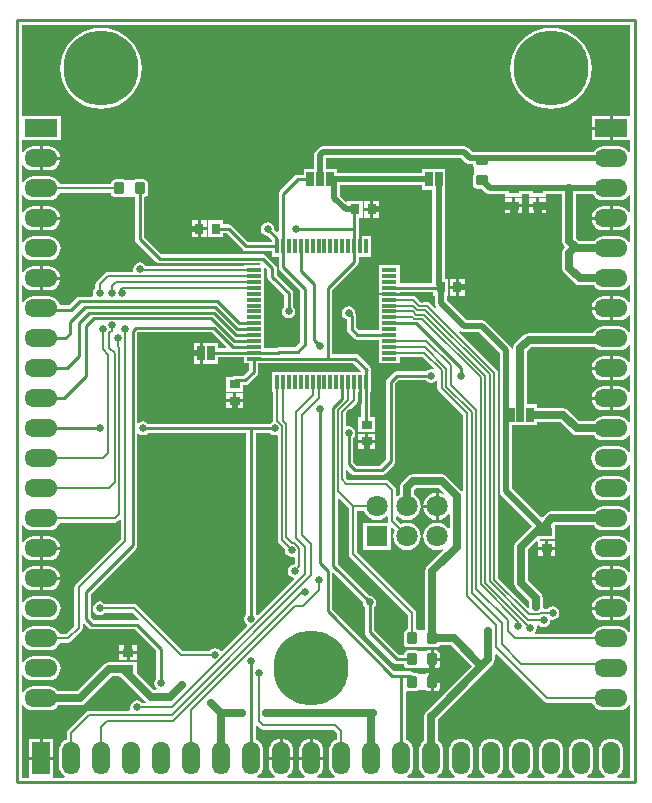
<source format=gtl>
G04*
G04 #@! TF.GenerationSoftware,Altium Limited,Altium Designer,18.1.7 (191)*
G04*
G04 Layer_Physical_Order=1*
G04 Layer_Color=255*
%FSLAX25Y25*%
%MOIN*%
G70*
G01*
G75*
%ADD13C,0.01000*%
%ADD16C,0.00800*%
G04:AMPARAMS|DCode=19|XSize=39.37mil|YSize=35.43mil|CornerRadius=4.43mil|HoleSize=0mil|Usage=FLASHONLY|Rotation=90.000|XOffset=0mil|YOffset=0mil|HoleType=Round|Shape=RoundedRectangle|*
%AMROUNDEDRECTD19*
21,1,0.03937,0.02657,0,0,90.0*
21,1,0.03051,0.03543,0,0,90.0*
1,1,0.00886,0.01329,0.01526*
1,1,0.00886,0.01329,-0.01526*
1,1,0.00886,-0.01329,-0.01526*
1,1,0.00886,-0.01329,0.01526*
%
%ADD19ROUNDEDRECTD19*%
%ADD20R,0.03740X0.02953*%
%ADD21R,0.02953X0.03740*%
G04:AMPARAMS|DCode=22|XSize=39.37mil|YSize=35.43mil|CornerRadius=4.43mil|HoleSize=0mil|Usage=FLASHONLY|Rotation=0.000|XOffset=0mil|YOffset=0mil|HoleType=Round|Shape=RoundedRectangle|*
%AMROUNDEDRECTD22*
21,1,0.03937,0.02657,0,0,0.0*
21,1,0.03051,0.03543,0,0,0.0*
1,1,0.00886,0.01526,-0.01329*
1,1,0.00886,-0.01526,-0.01329*
1,1,0.00886,-0.01526,0.01329*
1,1,0.00886,0.01526,0.01329*
%
%ADD22ROUNDEDRECTD22*%
%ADD41R,0.02500X0.05000*%
%ADD42R,0.04724X0.01181*%
%ADD43R,0.01181X0.04724*%
%ADD44C,0.02500*%
%ADD45C,0.02000*%
%ADD46R,0.07087X0.07087*%
%ADD47C,0.07087*%
%ADD48C,0.25000*%
%ADD49R,0.11000X0.06000*%
%ADD50O,0.11000X0.06000*%
%ADD51R,0.06000X0.11000*%
%ADD52O,0.06000X0.11000*%
%ADD53C,0.02500*%
G36*
X204471Y222000D02*
X198500D01*
Y218000D01*
Y214000D01*
X204471D01*
Y210299D01*
X204024Y210045D01*
X203971Y210048D01*
X203353Y210853D01*
X202517Y211494D01*
X201544Y211897D01*
X200500Y212035D01*
X195500D01*
X194456Y211897D01*
X193483Y211494D01*
X192647Y210853D01*
X192023Y210039D01*
X157064D01*
X156526Y210146D01*
X153474D01*
X152936Y210039D01*
X151845D01*
X150442Y211442D01*
X149780Y211884D01*
X149000Y212039D01*
X102000D01*
X101220Y211884D01*
X100558Y211442D01*
X99558Y210442D01*
X99116Y209780D01*
X98961Y209000D01*
Y204500D01*
X95507D01*
Y202529D01*
X93500D01*
X92915Y202413D01*
X92419Y202081D01*
X87623Y197286D01*
X87292Y196790D01*
X87175Y196205D01*
Y183641D01*
X86713Y183449D01*
X85772Y184391D01*
X85794Y184500D01*
X85619Y185378D01*
X85122Y186122D01*
X84378Y186619D01*
X83500Y186794D01*
X82622Y186619D01*
X81878Y186122D01*
X81381Y185378D01*
X81206Y184500D01*
X81381Y183622D01*
X81878Y182878D01*
X82622Y182380D01*
X83500Y182206D01*
X83609Y182228D01*
X85146Y180692D01*
Y180167D01*
X76996D01*
X71581Y185581D01*
X71085Y185913D01*
X70500Y186029D01*
X68732D01*
Y187370D01*
X63779D01*
Y181630D01*
X68732D01*
Y182971D01*
X69867D01*
X75281Y177556D01*
X75777Y177225D01*
X76362Y177108D01*
X85146D01*
Y175276D01*
X87175D01*
Y171795D01*
X87292Y171210D01*
X87623Y170714D01*
X94471Y163866D01*
Y146634D01*
X92866Y145029D01*
X87295D01*
X86710Y144913D01*
X86442Y144734D01*
X82224D01*
Y147520D01*
Y151457D01*
Y155394D01*
Y159331D01*
Y163268D01*
Y167205D01*
Y171459D01*
X82686Y171651D01*
X83471Y170867D01*
Y168500D01*
X83587Y167915D01*
X83919Y167419D01*
X88971Y162366D01*
Y158684D01*
X88878Y158622D01*
X88381Y157878D01*
X88206Y157000D01*
X88381Y156122D01*
X88878Y155378D01*
X89622Y154880D01*
X90500Y154706D01*
X91378Y154880D01*
X92122Y155378D01*
X92619Y156122D01*
X92794Y157000D01*
X92619Y157878D01*
X92122Y158622D01*
X92029Y158684D01*
Y163000D01*
X91913Y163585D01*
X91581Y164081D01*
X86529Y169133D01*
Y171500D01*
X86413Y172085D01*
X86081Y172581D01*
X83081Y175581D01*
X82585Y175913D01*
X82000Y176029D01*
X48134D01*
X42376Y181787D01*
Y195043D01*
X42738Y195115D01*
X43216Y195434D01*
X43534Y195911D01*
X43646Y196474D01*
Y199526D01*
X43534Y200089D01*
X43216Y200566D01*
X42738Y200885D01*
X42175Y200997D01*
X39518D01*
X38955Y200885D01*
X38762Y200756D01*
X36238D01*
X36045Y200885D01*
X35482Y200997D01*
X32825D01*
X32262Y200885D01*
X31784Y200566D01*
X31466Y200089D01*
X31354Y199526D01*
Y199427D01*
X14238D01*
X13994Y200017D01*
X13353Y200853D01*
X12517Y201494D01*
X11544Y201897D01*
X10500Y202034D01*
X5500D01*
X4456Y201897D01*
X3483Y201494D01*
X2647Y200853D01*
X2029Y200048D01*
X1976Y200045D01*
X1529Y200299D01*
Y205701D01*
X1976Y205955D01*
X2029Y205952D01*
X2647Y205147D01*
X3483Y204506D01*
X4456Y204103D01*
X5500Y203965D01*
X7500D01*
Y208000D01*
Y212035D01*
X5500D01*
X4456Y211897D01*
X3483Y211494D01*
X2647Y210853D01*
X2029Y210048D01*
X1976Y210045D01*
X1529Y210299D01*
Y214000D01*
X14500D01*
Y222000D01*
X1529D01*
Y252471D01*
X204471D01*
Y222000D01*
D02*
G37*
G36*
X31354Y196474D02*
X31466Y195911D01*
X31784Y195434D01*
X32262Y195115D01*
X32825Y195003D01*
X35482D01*
X36045Y195115D01*
X36238Y195244D01*
X38762D01*
X38955Y195115D01*
X39317Y195043D01*
Y181154D01*
X39434Y180568D01*
X39765Y180072D01*
X46419Y173419D01*
X46915Y173087D01*
X47500Y172971D01*
X81044D01*
X81123Y172854D01*
X80858Y172354D01*
X75500D01*
Y172191D01*
X42910D01*
X42622Y172622D01*
X41878Y173119D01*
X41000Y173294D01*
X40122Y173119D01*
X39378Y172622D01*
X38881Y171878D01*
X38706Y171000D01*
X38784Y170609D01*
X38466Y170223D01*
X30295D01*
X30295Y170223D01*
X29749Y170114D01*
X29286Y169805D01*
X29286Y169805D01*
X26491Y167009D01*
X26181Y166546D01*
X26073Y166000D01*
X26073Y166000D01*
Y164852D01*
X25878Y164722D01*
X25381Y163978D01*
X25206Y163100D01*
X25339Y162429D01*
X25021Y161929D01*
X20900D01*
X20315Y161813D01*
X19819Y161481D01*
X17367Y159029D01*
X14399D01*
X14397Y159044D01*
X13994Y160017D01*
X13353Y160853D01*
X12517Y161494D01*
X11544Y161897D01*
X10500Y162034D01*
X5500D01*
X4456Y161897D01*
X3483Y161494D01*
X2647Y160853D01*
X2029Y160048D01*
X1976Y160045D01*
X1529Y160299D01*
Y165701D01*
X1976Y165955D01*
X2029Y165952D01*
X2647Y165147D01*
X3483Y164506D01*
X4456Y164103D01*
X5500Y163965D01*
X7500D01*
Y168000D01*
Y172035D01*
X5500D01*
X4456Y171897D01*
X3483Y171494D01*
X2647Y170853D01*
X2029Y170048D01*
X1976Y170045D01*
X1529Y170299D01*
Y175701D01*
X1976Y175955D01*
X2029Y175952D01*
X2647Y175147D01*
X3483Y174506D01*
X4456Y174103D01*
X5500Y173966D01*
X10500D01*
X11544Y174103D01*
X12517Y174506D01*
X13353Y175147D01*
X13994Y175983D01*
X14397Y176956D01*
X14535Y178000D01*
X14397Y179044D01*
X13994Y180017D01*
X13353Y180853D01*
X12517Y181494D01*
X11544Y181897D01*
X10500Y182035D01*
X5500D01*
X4456Y181897D01*
X3483Y181494D01*
X2647Y180853D01*
X2029Y180048D01*
X1976Y180045D01*
X1529Y180299D01*
Y185701D01*
X1976Y185955D01*
X2029Y185952D01*
X2647Y185147D01*
X3483Y184506D01*
X4456Y184103D01*
X5500Y183966D01*
X7500D01*
Y188000D01*
Y192034D01*
X5500D01*
X4456Y191897D01*
X3483Y191494D01*
X2647Y190853D01*
X2029Y190048D01*
X1976Y190045D01*
X1529Y190299D01*
Y195701D01*
X1976Y195955D01*
X2029Y195952D01*
X2647Y195147D01*
X3483Y194506D01*
X4456Y194103D01*
X5500Y193965D01*
X10500D01*
X11544Y194103D01*
X12517Y194506D01*
X13353Y195147D01*
X13994Y195983D01*
X14238Y196573D01*
X31354D01*
Y196474D01*
D02*
G37*
G36*
X192647Y195147D02*
X193483Y194506D01*
X194456Y194103D01*
X195500Y193965D01*
X200500D01*
X201544Y194103D01*
X202517Y194506D01*
X203353Y195147D01*
X203971Y195952D01*
X204024Y195955D01*
X204471Y195701D01*
Y190299D01*
X204024Y190045D01*
X203971Y190048D01*
X203353Y190853D01*
X202517Y191494D01*
X201544Y191897D01*
X200500Y192034D01*
X198500D01*
Y188000D01*
Y183966D01*
X200500D01*
X201544Y184103D01*
X202517Y184506D01*
X203353Y185147D01*
X203971Y185952D01*
X204024Y185955D01*
X204471Y185701D01*
Y180299D01*
X204024Y180045D01*
X203971Y180048D01*
X203353Y180853D01*
X202517Y181494D01*
X201544Y181897D01*
X200500Y182035D01*
X195500D01*
X194456Y181897D01*
X193483Y181494D01*
X192647Y180853D01*
X192218Y180294D01*
X187450D01*
X186294Y181450D01*
Y195961D01*
X192023D01*
X192647Y195147D01*
D02*
G37*
G36*
X135007Y197500D02*
X138461D01*
Y166388D01*
X127500D01*
Y169173D01*
Y172354D01*
X120776D01*
Y169173D01*
Y167205D01*
Y163268D01*
Y163268D01*
X124138D01*
Y162512D01*
X120776D01*
Y159331D01*
Y155394D01*
Y150640D01*
X114023D01*
X113029Y151634D01*
Y155500D01*
X112913Y156085D01*
X112758Y156317D01*
X112794Y156500D01*
X112619Y157378D01*
X112122Y158122D01*
X111378Y158619D01*
X110500Y158794D01*
X109622Y158619D01*
X108878Y158122D01*
X108380Y157378D01*
X108206Y156500D01*
X108380Y155622D01*
X108878Y154878D01*
X109622Y154381D01*
X109971Y154311D01*
Y151000D01*
X110087Y150415D01*
X110419Y149919D01*
X112308Y148029D01*
X112804Y147697D01*
X113390Y147581D01*
X120776D01*
Y143583D01*
Y139646D01*
X127500D01*
Y141777D01*
X135204D01*
X138846Y138136D01*
X138599Y137675D01*
X138000Y137794D01*
X137122Y137619D01*
X136378Y137122D01*
X136316Y137029D01*
X126500D01*
X125915Y136913D01*
X125419Y136581D01*
X123419Y134581D01*
X123087Y134085D01*
X122971Y133500D01*
Y107633D01*
X120867Y105529D01*
X113134D01*
X112029Y106633D01*
Y114816D01*
X112122Y114878D01*
X112619Y115622D01*
X112794Y116500D01*
X112619Y117378D01*
X112122Y118122D01*
X111378Y118620D01*
X110500Y118794D01*
X110064Y118707D01*
X109677Y119025D01*
Y122841D01*
X113336Y126499D01*
X113336Y126499D01*
X113646Y126962D01*
X113754Y127509D01*
Y130000D01*
X114734D01*
Y121732D01*
X113630D01*
Y116779D01*
X119370D01*
Y121732D01*
X117793D01*
Y130000D01*
X117854D01*
Y136724D01*
X117854D01*
X117913Y136915D01*
X118029Y137500D01*
X117913Y138085D01*
X117581Y138581D01*
X113845Y142318D01*
X113349Y142649D01*
X112764Y142766D01*
X105029D01*
Y164040D01*
X113408Y172419D01*
X113740Y172915D01*
X113856Y173500D01*
Y175276D01*
X117854D01*
Y182000D01*
X113856D01*
Y184500D01*
Y188130D01*
X115220D01*
Y193870D01*
X110268D01*
Y193769D01*
X109806Y193578D01*
X107784Y195600D01*
Y198961D01*
X135007D01*
Y197500D01*
D02*
G37*
G36*
X149558Y206558D02*
X150220Y206116D01*
X151000Y205961D01*
X152015D01*
X152115Y205455D01*
X152244Y205262D01*
Y202738D01*
X152115Y202545D01*
X152003Y201982D01*
Y199325D01*
X152115Y198762D01*
X152434Y198284D01*
X152911Y197966D01*
X153474Y197854D01*
X154916D01*
X156212Y196558D01*
X156873Y196116D01*
X157653Y195961D01*
X162630D01*
Y195280D01*
X168370D01*
Y195961D01*
X170630D01*
Y195280D01*
X176370D01*
Y195961D01*
X181706D01*
Y180500D01*
X181880Y179622D01*
X182378Y178878D01*
X182756Y178500D01*
X182378Y178122D01*
X181880Y177378D01*
X181706Y176500D01*
Y171500D01*
X181880Y170622D01*
X182378Y169878D01*
X185878Y166378D01*
X186622Y165881D01*
X187500Y165706D01*
X192218D01*
X192647Y165147D01*
X193483Y164506D01*
X194456Y164103D01*
X195500Y163965D01*
X200500D01*
X201544Y164103D01*
X202517Y164506D01*
X203353Y165147D01*
X203971Y165952D01*
X204024Y165955D01*
X204471Y165701D01*
Y160299D01*
X204024Y160045D01*
X203971Y160048D01*
X203353Y160853D01*
X202517Y161494D01*
X201544Y161897D01*
X200500Y162034D01*
X198500D01*
Y158000D01*
Y153965D01*
X200500D01*
X201544Y154103D01*
X202517Y154506D01*
X203353Y155147D01*
X203971Y155952D01*
X204024Y155955D01*
X204471Y155701D01*
Y150299D01*
X204024Y150045D01*
X203971Y150048D01*
X203353Y150853D01*
X202517Y151494D01*
X201544Y151897D01*
X200500Y152034D01*
X195500D01*
X194456Y151897D01*
X193483Y151494D01*
X192647Y150853D01*
X192006Y150017D01*
X191914Y149794D01*
X170500D01*
X169622Y149619D01*
X168878Y149122D01*
X166135Y146379D01*
X165637Y145635D01*
X165463Y144757D01*
Y144434D01*
X164963Y144385D01*
X164884Y144780D01*
X164442Y145442D01*
X156442Y153442D01*
X155780Y153884D01*
X155000Y154039D01*
X149845D01*
X143283Y160601D01*
Y162130D01*
X143720D01*
Y167870D01*
X142539D01*
Y197500D01*
X142750D01*
Y204500D01*
X135007D01*
Y203039D01*
X106494D01*
Y204500D01*
X103039D01*
Y207961D01*
X148155D01*
X149558Y206558D01*
D02*
G37*
G36*
X138768Y162130D02*
X139205D01*
Y159756D01*
X139360Y158976D01*
X139703Y158463D01*
X139314Y158144D01*
X137699Y159759D01*
X137236Y160069D01*
X136690Y160177D01*
X136690Y160177D01*
X134659D01*
X132906Y161931D01*
X132443Y162240D01*
X131897Y162349D01*
X131897Y162349D01*
X127500D01*
Y163329D01*
X138768D01*
Y162130D01*
D02*
G37*
G36*
X69641Y145196D02*
X69450Y144734D01*
X66872D01*
Y146500D01*
X61878D01*
Y143000D01*
Y139500D01*
X66872D01*
Y141675D01*
X75500D01*
Y139646D01*
X77333D01*
Y137496D01*
X75366Y135529D01*
X72500D01*
X71915Y135413D01*
X71644Y135232D01*
X69630D01*
Y130280D01*
X75370D01*
Y132471D01*
X76000D01*
X76585Y132587D01*
X77081Y132919D01*
X79944Y135781D01*
X80275Y136277D01*
X80392Y136862D01*
Y139646D01*
X82224D01*
Y139707D01*
X112130D01*
X114613Y137224D01*
X114441Y136724D01*
X85146D01*
Y130000D01*
X85309D01*
Y120446D01*
X85309Y120446D01*
X85316Y120410D01*
X85122Y120119D01*
X84378Y119622D01*
X84316Y119529D01*
X43684D01*
X43622Y119622D01*
X42878Y120120D01*
X42000Y120294D01*
X41122Y120120D01*
X40529Y119723D01*
X40029Y119932D01*
Y149866D01*
X40134Y149971D01*
X64867D01*
X69641Y145196D01*
D02*
G37*
G36*
X204471Y145701D02*
Y140299D01*
X204024Y140045D01*
X203971Y140048D01*
X203353Y140853D01*
X202517Y141494D01*
X201544Y141897D01*
X200500Y142034D01*
X198500D01*
Y138000D01*
Y133966D01*
X200500D01*
X201544Y134103D01*
X202517Y134506D01*
X203353Y135147D01*
X203971Y135952D01*
X204024Y135955D01*
X204471Y135701D01*
Y130299D01*
X204024Y130045D01*
X203971Y130048D01*
X203353Y130853D01*
X202517Y131494D01*
X201544Y131897D01*
X200500Y132035D01*
X198500D01*
Y128000D01*
Y123966D01*
X200500D01*
X201544Y124103D01*
X202517Y124506D01*
X203353Y125147D01*
X203971Y125952D01*
X204024Y125955D01*
X204471Y125701D01*
Y120299D01*
X204024Y120045D01*
X203971Y120048D01*
X203353Y120853D01*
X202517Y121494D01*
X201544Y121897D01*
X200500Y122035D01*
X195500D01*
X194456Y121897D01*
X193483Y121494D01*
X192647Y120853D01*
X192218Y120294D01*
X187450D01*
X183622Y124122D01*
X182878Y124619D01*
X182000Y124794D01*
X173250D01*
Y126000D01*
X170051D01*
Y143807D01*
X171450Y145206D01*
X192602D01*
X192647Y145147D01*
X193483Y144506D01*
X194456Y144103D01*
X195500Y143965D01*
X200500D01*
X201544Y144103D01*
X202517Y144506D01*
X203353Y145147D01*
X203971Y145952D01*
X204024Y145955D01*
X204471Y145701D01*
D02*
G37*
G36*
X76471Y56184D02*
X76378Y56122D01*
X75881Y55378D01*
X75706Y54500D01*
X75881Y53622D01*
X76378Y52878D01*
X76748Y52631D01*
X76797Y52133D01*
X68367Y43703D01*
X67869Y43753D01*
X67622Y44122D01*
X66878Y44620D01*
X66000Y44794D01*
X65122Y44620D01*
X64378Y44122D01*
X64248Y43927D01*
X55091D01*
X40009Y59009D01*
X39546Y59319D01*
X39000Y59427D01*
X39000Y59427D01*
X29252D01*
X29122Y59622D01*
X28378Y60119D01*
X27500Y60294D01*
X26622Y60119D01*
X25878Y59622D01*
X25381Y58878D01*
X25206Y58000D01*
X25381Y57122D01*
X25878Y56378D01*
X26622Y55881D01*
X27500Y55706D01*
X28378Y55881D01*
X29122Y56378D01*
X29252Y56573D01*
X38409D01*
X40552Y54429D01*
X40306Y53969D01*
X40000Y54029D01*
X25633D01*
X24529Y55133D01*
Y62866D01*
X39581Y77919D01*
X39913Y78415D01*
X40029Y79000D01*
Y116068D01*
X40529Y116277D01*
X41122Y115881D01*
X42000Y115706D01*
X42878Y115881D01*
X43622Y116378D01*
X43684Y116471D01*
X76471D01*
Y56184D01*
D02*
G37*
G36*
X184878Y116378D02*
X185622Y115881D01*
X186500Y115706D01*
X192218D01*
X192647Y115147D01*
X193483Y114506D01*
X194456Y114103D01*
X195500Y113965D01*
X200500D01*
X201544Y114103D01*
X202517Y114506D01*
X203353Y115147D01*
X203971Y115952D01*
X204024Y115955D01*
X204471Y115701D01*
Y110299D01*
X204024Y110045D01*
X203971Y110048D01*
X203353Y110853D01*
X202517Y111494D01*
X201544Y111897D01*
X200500Y112034D01*
X195500D01*
X194456Y111897D01*
X193483Y111494D01*
X192647Y110853D01*
X192006Y110017D01*
X191603Y109044D01*
X191465Y108000D01*
X191603Y106956D01*
X192006Y105983D01*
X192647Y105147D01*
X193483Y104506D01*
X194456Y104103D01*
X195500Y103965D01*
X200500D01*
X201544Y104103D01*
X202517Y104506D01*
X203353Y105147D01*
X203971Y105952D01*
X204024Y105955D01*
X204471Y105701D01*
Y100299D01*
X204024Y100045D01*
X203971Y100048D01*
X203353Y100853D01*
X202517Y101494D01*
X201544Y101897D01*
X200500Y102034D01*
X195500D01*
X194456Y101897D01*
X193483Y101494D01*
X192647Y100853D01*
X192006Y100017D01*
X191603Y99044D01*
X191465Y98000D01*
X191603Y96956D01*
X192006Y95983D01*
X192647Y95147D01*
X193483Y94506D01*
X194456Y94103D01*
X195500Y93966D01*
X200500D01*
X201544Y94103D01*
X202517Y94506D01*
X203353Y95147D01*
X203971Y95952D01*
X204024Y95955D01*
X204471Y95701D01*
Y90299D01*
X204024Y90045D01*
X203971Y90048D01*
X203353Y90853D01*
X202517Y91494D01*
X201544Y91897D01*
X200500Y92035D01*
X195500D01*
X194456Y91897D01*
X193483Y91494D01*
X192647Y90853D01*
X192218Y90294D01*
X178000D01*
X177122Y90119D01*
X176378Y89622D01*
X175173Y88418D01*
X174490Y88394D01*
X165039Y97845D01*
Y119000D01*
X173250D01*
Y120206D01*
X181050D01*
X184878Y116378D01*
D02*
G37*
G36*
X136378Y133878D02*
X137122Y133380D01*
X138000Y133206D01*
X138878Y133380D01*
X139573Y133845D01*
X140073Y133721D01*
Y131500D01*
X140073Y131500D01*
X140181Y130954D01*
X140491Y130491D01*
X148573Y122409D01*
Y97259D01*
X148469Y97227D01*
X148073Y97172D01*
X143122Y102122D01*
X142378Y102620D01*
X141500Y102794D01*
X132000D01*
X131122Y102620D01*
X130378Y102122D01*
X128378Y100122D01*
X127881Y99378D01*
X127706Y98500D01*
Y95966D01*
X126927Y95369D01*
X126427Y95589D01*
Y97500D01*
X126427Y97500D01*
X126319Y98046D01*
X126009Y98509D01*
X126009Y98509D01*
X124009Y100509D01*
X123546Y100819D01*
X123000Y100927D01*
X123000Y100927D01*
X110341D01*
X109677Y101591D01*
Y104006D01*
X110139Y104198D01*
X111419Y102919D01*
X111915Y102587D01*
X112500Y102471D01*
X121500D01*
X122085Y102587D01*
X122581Y102919D01*
X125581Y105919D01*
X125913Y106415D01*
X126029Y107000D01*
Y132867D01*
X127134Y133971D01*
X136316D01*
X136378Y133878D01*
D02*
G37*
G36*
X142214Y96542D02*
X141931Y96118D01*
X141186Y96426D01*
X140500Y96517D01*
Y92000D01*
Y87483D01*
X141186Y87574D01*
X142291Y88031D01*
X143240Y88760D01*
X143706Y89367D01*
X144206Y89197D01*
Y84803D01*
X143706Y84633D01*
X143240Y85240D01*
X142291Y85969D01*
X141186Y86426D01*
X140000Y86582D01*
X138814Y86426D01*
X137709Y85969D01*
X136760Y85240D01*
X136031Y84291D01*
X135574Y83186D01*
X135417Y82000D01*
X135574Y80814D01*
X136031Y79709D01*
X136760Y78760D01*
X137709Y78031D01*
X138814Y77574D01*
X140000Y77417D01*
X141186Y77574D01*
X141931Y77882D01*
X142214Y77458D01*
X136724Y71969D01*
X136227Y71224D01*
X136052Y70346D01*
Y50756D01*
X133738D01*
X133545Y50885D01*
X133081Y50977D01*
Y56346D01*
X133081Y56346D01*
X132972Y56893D01*
X132663Y57356D01*
X132663Y57356D01*
X113427Y76591D01*
Y90573D01*
X115674D01*
X116031Y89709D01*
X116760Y88760D01*
X117709Y88031D01*
X118814Y87574D01*
X120000Y87418D01*
X121186Y87574D01*
X122291Y88031D01*
X123073Y88631D01*
X123573Y88411D01*
Y87000D01*
X123573Y87000D01*
X123586Y86930D01*
X123269Y86543D01*
X115457D01*
Y77457D01*
X124543D01*
Y84785D01*
X125005Y84976D01*
X125931Y84050D01*
X125574Y83186D01*
X125417Y82000D01*
X125574Y80814D01*
X126031Y79709D01*
X126760Y78760D01*
X127709Y78031D01*
X128814Y77574D01*
X130000Y77417D01*
X131186Y77574D01*
X132291Y78031D01*
X133240Y78760D01*
X133969Y79709D01*
X134426Y80814D01*
X134582Y82000D01*
X134426Y83186D01*
X133969Y84291D01*
X133240Y85240D01*
X132291Y85969D01*
X131186Y86426D01*
X130000Y86582D01*
X128814Y86426D01*
X127950Y86069D01*
X126427Y87591D01*
Y88411D01*
X126927Y88631D01*
X127709Y88031D01*
X128814Y87574D01*
X130000Y87418D01*
X131186Y87574D01*
X132291Y88031D01*
X133240Y88760D01*
X133969Y89709D01*
X134426Y90814D01*
X134582Y92000D01*
X134426Y93186D01*
X133969Y94291D01*
X133240Y95240D01*
X132294Y95966D01*
Y97550D01*
X132950Y98206D01*
X140550D01*
X142214Y96542D01*
D02*
G37*
G36*
X34573Y87401D02*
Y81091D01*
X19491Y66009D01*
X19181Y65546D01*
X19073Y65000D01*
X19073Y65000D01*
Y52091D01*
X16409Y49427D01*
X14238D01*
X13994Y50017D01*
X13353Y50853D01*
X12517Y51494D01*
X11544Y51897D01*
X10500Y52034D01*
X5500D01*
X4456Y51897D01*
X3483Y51494D01*
X2647Y50853D01*
X2029Y50048D01*
X1976Y50045D01*
X1529Y50299D01*
Y55701D01*
X1976Y55955D01*
X2029Y55952D01*
X2647Y55147D01*
X3483Y54506D01*
X4456Y54103D01*
X5500Y53966D01*
X10500D01*
X11544Y54103D01*
X12517Y54506D01*
X13353Y55147D01*
X13994Y55983D01*
X14397Y56956D01*
X14535Y58000D01*
X14397Y59044D01*
X13994Y60017D01*
X13353Y60853D01*
X12517Y61494D01*
X11544Y61897D01*
X10500Y62034D01*
X5500D01*
X4456Y61897D01*
X3483Y61494D01*
X2647Y60853D01*
X2029Y60048D01*
X1976Y60045D01*
X1529Y60299D01*
Y65701D01*
X1976Y65955D01*
X2029Y65952D01*
X2647Y65147D01*
X3483Y64506D01*
X4456Y64103D01*
X5500Y63965D01*
X7500D01*
Y68000D01*
Y72035D01*
X5500D01*
X4456Y71897D01*
X3483Y71494D01*
X2647Y70853D01*
X2029Y70048D01*
X1976Y70045D01*
X1529Y70299D01*
Y75701D01*
X1976Y75955D01*
X2029Y75952D01*
X2647Y75147D01*
X3483Y74506D01*
X4456Y74103D01*
X5500Y73966D01*
X7500D01*
Y78000D01*
Y82034D01*
X5500D01*
X4456Y81897D01*
X3483Y81494D01*
X2647Y80853D01*
X2029Y80048D01*
X1976Y80045D01*
X1529Y80299D01*
Y85701D01*
X1976Y85955D01*
X2029Y85952D01*
X2647Y85147D01*
X3483Y84506D01*
X4456Y84103D01*
X5500Y83965D01*
X10500D01*
X11544Y84103D01*
X12517Y84506D01*
X13353Y85147D01*
X13994Y85983D01*
X14238Y86573D01*
X32500D01*
X32500Y86573D01*
X33046Y86681D01*
X33509Y86991D01*
X34111Y87592D01*
X34573Y87401D01*
D02*
G37*
G36*
X204471Y85701D02*
Y80299D01*
X204024Y80045D01*
X203971Y80048D01*
X203353Y80853D01*
X202517Y81494D01*
X201544Y81897D01*
X200500Y82034D01*
X195500D01*
X194456Y81897D01*
X193483Y81494D01*
X192647Y80853D01*
X192006Y80017D01*
X191603Y79044D01*
X191465Y78000D01*
X191603Y76956D01*
X192006Y75983D01*
X192647Y75147D01*
X193483Y74506D01*
X194456Y74103D01*
X195500Y73966D01*
X200500D01*
X201544Y74103D01*
X202517Y74506D01*
X203353Y75147D01*
X203971Y75952D01*
X204024Y75955D01*
X204471Y75701D01*
Y70299D01*
X204024Y70045D01*
X203971Y70048D01*
X203353Y70853D01*
X202517Y71494D01*
X201544Y71897D01*
X200500Y72035D01*
X198500D01*
Y68000D01*
Y63965D01*
X200500D01*
X201544Y64103D01*
X202517Y64506D01*
X203353Y65147D01*
X203971Y65952D01*
X204024Y65955D01*
X204471Y65701D01*
Y60299D01*
X204024Y60045D01*
X203971Y60048D01*
X203353Y60853D01*
X202517Y61494D01*
X201544Y61897D01*
X200500Y62034D01*
X198500D01*
Y58000D01*
Y53966D01*
X200500D01*
X201544Y54103D01*
X202517Y54506D01*
X203353Y55147D01*
X203971Y55952D01*
X204024Y55955D01*
X204471Y55701D01*
Y50299D01*
X204024Y50045D01*
X203971Y50048D01*
X203353Y50853D01*
X202517Y51494D01*
X201544Y51897D01*
X200500Y52034D01*
X195500D01*
X194456Y51897D01*
X193483Y51494D01*
X192647Y50853D01*
X192006Y50017D01*
X191762Y49427D01*
X172780D01*
X172655Y49927D01*
X173119Y50622D01*
X173294Y51500D01*
X173227Y51839D01*
X173567Y52326D01*
X173878Y52378D01*
X174622Y51881D01*
X175500Y51706D01*
X176378Y51881D01*
X177122Y52378D01*
X177620Y53122D01*
X177794Y54000D01*
X178083Y54289D01*
X178500Y54206D01*
X179378Y54381D01*
X180122Y54878D01*
X180620Y55622D01*
X180794Y56500D01*
X180620Y57378D01*
X180122Y58122D01*
X179378Y58619D01*
X178500Y58794D01*
X177622Y58619D01*
X176878Y58122D01*
X176748Y57927D01*
X175574D01*
X175257Y58314D01*
X175294Y58500D01*
Y61500D01*
X175119Y62378D01*
X174622Y63122D01*
X170294Y67450D01*
Y77550D01*
X173130Y80386D01*
X173630Y80178D01*
X173630Y80097D01*
X173630Y80097D01*
X173630Y80083D01*
Y78488D01*
X176000D01*
Y80465D01*
X174453D01*
X174186Y80965D01*
X174226Y81024D01*
X179370D01*
Y85706D01*
X192218D01*
X192647Y85147D01*
X193483Y84506D01*
X194456Y84103D01*
X195500Y83965D01*
X200500D01*
X201544Y84103D01*
X202517Y84506D01*
X203353Y85147D01*
X203971Y85952D01*
X204024Y85955D01*
X204471Y85701D01*
D02*
G37*
G36*
X148220Y150116D02*
X149000Y149961D01*
X154155D01*
X160961Y143155D01*
Y97000D01*
X161116Y96220D01*
X161558Y95558D01*
X171686Y85430D01*
X166378Y80122D01*
X165881Y79378D01*
X165706Y78500D01*
Y66500D01*
X165881Y65622D01*
X166378Y64878D01*
X170706Y60550D01*
Y58520D01*
X170617Y58438D01*
X170268Y58251D01*
X160427Y68091D01*
Y136440D01*
X160427Y136440D01*
X160319Y136986D01*
X160009Y137449D01*
X160009Y137449D01*
X147388Y150070D01*
X147707Y150459D01*
X148220Y150116D01*
D02*
G37*
G36*
X84378Y116378D02*
X85122Y115881D01*
X86000Y115706D01*
X86436Y115793D01*
X86823Y115475D01*
Y80750D01*
X86823Y80750D01*
X86931Y80204D01*
X87241Y79741D01*
X89252Y77730D01*
X89206Y77500D01*
X89381Y76622D01*
X89878Y75878D01*
X90622Y75381D01*
X91500Y75206D01*
X92073Y75320D01*
X92573Y74955D01*
Y72854D01*
X92500Y72794D01*
X91622Y72619D01*
X90878Y72122D01*
X90381Y71378D01*
X90206Y70500D01*
X90381Y69622D01*
X90878Y68878D01*
X91622Y68381D01*
X92218Y68262D01*
X92383Y67719D01*
X80367Y55704D01*
X79869Y55752D01*
X79622Y56122D01*
X79529Y56184D01*
Y116471D01*
X84316D01*
X84378Y116378D01*
D02*
G37*
G36*
X23919Y51419D02*
X24415Y51087D01*
X25000Y50971D01*
X39366D01*
X46471Y43867D01*
Y34684D01*
X46378Y34622D01*
X45880Y33878D01*
X45706Y33000D01*
X45880Y32122D01*
X46378Y31378D01*
X46503Y31294D01*
X46352Y30794D01*
X45450D01*
X39870Y36374D01*
Y40220D01*
X34130D01*
Y40038D01*
X30744D01*
X29866Y39863D01*
X29122Y39366D01*
X20050Y30294D01*
X13782D01*
X13353Y30853D01*
X12517Y31494D01*
X11544Y31897D01*
X10500Y32035D01*
X5500D01*
X4456Y31897D01*
X3483Y31494D01*
X2647Y30853D01*
X2029Y30048D01*
X1976Y30045D01*
X1529Y30299D01*
Y35701D01*
X1976Y35955D01*
X2029Y35952D01*
X2647Y35147D01*
X3483Y34506D01*
X4456Y34103D01*
X5500Y33966D01*
X10500D01*
X11544Y34103D01*
X12517Y34506D01*
X13353Y35147D01*
X13994Y35983D01*
X14397Y36956D01*
X14535Y38000D01*
X14397Y39044D01*
X13994Y40017D01*
X13353Y40853D01*
X12517Y41494D01*
X11544Y41897D01*
X10500Y42035D01*
X5500D01*
X4456Y41897D01*
X3483Y41494D01*
X2647Y40853D01*
X2029Y40048D01*
X1976Y40045D01*
X1529Y40299D01*
Y45701D01*
X1976Y45955D01*
X2029Y45952D01*
X2647Y45147D01*
X3483Y44506D01*
X4456Y44103D01*
X5500Y43966D01*
X10500D01*
X11544Y44103D01*
X12517Y44506D01*
X13353Y45147D01*
X13994Y45983D01*
X14238Y46573D01*
X17000D01*
X17000Y46573D01*
X17546Y46681D01*
X18009Y46991D01*
X21509Y50491D01*
X21509Y50491D01*
X21819Y50954D01*
X21927Y51500D01*
X21927Y51500D01*
Y52756D01*
X22389Y52948D01*
X23919Y51419D01*
D02*
G37*
G36*
X110573Y91409D02*
Y76000D01*
X110573Y76000D01*
X110681Y75454D01*
X110991Y74991D01*
X130226Y55755D01*
Y50977D01*
X129762Y50885D01*
X129285Y50566D01*
X128966Y50089D01*
X128854Y49526D01*
Y46474D01*
X128966Y45911D01*
X129285Y45434D01*
X129762Y45115D01*
X130325Y45003D01*
X132982D01*
X133545Y45115D01*
X133738Y45244D01*
X136262D01*
X136455Y45115D01*
X137018Y45003D01*
X139675D01*
X140238Y45115D01*
X140716Y45434D01*
X140897Y45706D01*
X144550D01*
X151506Y38750D01*
X136878Y24122D01*
X136378Y23622D01*
X135880Y22878D01*
X135706Y22000D01*
Y13782D01*
X135147Y13353D01*
X134506Y12517D01*
X134103Y11544D01*
X133966Y10500D01*
Y5500D01*
X134103Y4456D01*
X134506Y3483D01*
X135147Y2647D01*
X135952Y2029D01*
X135955Y1976D01*
X135701Y1529D01*
X130299D01*
X130045Y1976D01*
X130048Y2029D01*
X130853Y2647D01*
X131494Y3483D01*
X131897Y4456D01*
X132035Y5500D01*
Y10500D01*
X131897Y11544D01*
X131494Y12517D01*
X130853Y13353D01*
X130017Y13994D01*
X129529Y14196D01*
Y30215D01*
X130029Y30562D01*
X130325Y30503D01*
X132982D01*
X133545Y30615D01*
X133738Y30744D01*
X136262D01*
X136455Y30615D01*
X137018Y30503D01*
X137847D01*
Y33500D01*
Y36497D01*
X137018D01*
X136455Y36385D01*
X136262Y36256D01*
X133738D01*
X133545Y36385D01*
X132982Y36497D01*
X132320D01*
X132235Y36581D01*
X131739Y36913D01*
X131154Y37029D01*
X125634D01*
X105029Y57634D01*
Y69654D01*
X105491Y69846D01*
X115228Y60109D01*
X115206Y60000D01*
X115381Y59122D01*
X115878Y58378D01*
X115971Y58316D01*
Y50000D01*
X116087Y49415D01*
X116419Y48919D01*
X125419Y39919D01*
X125915Y39587D01*
X126500Y39471D01*
X128854D01*
X128966Y38911D01*
X129285Y38434D01*
X129762Y38115D01*
X130325Y38003D01*
X132982D01*
X133545Y38115D01*
X133738Y38244D01*
X136262D01*
X136455Y38115D01*
X137018Y38003D01*
X137847D01*
Y41000D01*
Y43997D01*
X137018D01*
X136455Y43885D01*
X136262Y43756D01*
X133738D01*
X133545Y43885D01*
X132982Y43997D01*
X130325D01*
X129762Y43885D01*
X129285Y43566D01*
X128966Y43089D01*
X128854Y42529D01*
X127134D01*
X119029Y50634D01*
Y58316D01*
X119122Y58378D01*
X119620Y59122D01*
X119794Y60000D01*
X119620Y60878D01*
X119122Y61622D01*
X118378Y62119D01*
X117500Y62294D01*
X117391Y62272D01*
X106879Y72783D01*
Y94449D01*
X107341Y94640D01*
X110573Y91409D01*
D02*
G37*
G36*
X34130Y35268D02*
X34488D01*
X42828Y26927D01*
X42773Y26531D01*
X42741Y26427D01*
X41752D01*
X41622Y26622D01*
X40878Y27119D01*
X40000Y27294D01*
X39122Y27119D01*
X38378Y26622D01*
X37881Y25878D01*
X37706Y25000D01*
X37820Y24427D01*
X37455Y23927D01*
X24000D01*
X24000Y23927D01*
X23454Y23819D01*
X22991Y23509D01*
X22991Y23509D01*
X16991Y17509D01*
X16681Y17046D01*
X16573Y16500D01*
X16573Y16500D01*
Y14238D01*
X15983Y13994D01*
X15147Y13353D01*
X14506Y12517D01*
X14103Y11544D01*
X13965Y10500D01*
Y5500D01*
X14103Y4456D01*
X14506Y3483D01*
X15147Y2647D01*
X15952Y2029D01*
X15955Y1976D01*
X15701Y1529D01*
X12000D01*
Y7500D01*
X8000D01*
X4000D01*
Y1529D01*
X1529D01*
Y25701D01*
X1976Y25955D01*
X2029Y25952D01*
X2647Y25147D01*
X3483Y24506D01*
X4456Y24103D01*
X5500Y23966D01*
X10500D01*
X11544Y24103D01*
X12517Y24506D01*
X13353Y25147D01*
X13782Y25706D01*
X21000D01*
X21878Y25881D01*
X22622Y26378D01*
X31694Y35450D01*
X34130D01*
Y35268D01*
D02*
G37*
G36*
X175491Y26991D02*
X175954Y26681D01*
X176500Y26573D01*
X176500Y26573D01*
X191762D01*
X192006Y25983D01*
X192647Y25147D01*
X193483Y24506D01*
X194456Y24103D01*
X195500Y23966D01*
X200500D01*
X201544Y24103D01*
X202517Y24506D01*
X203353Y25147D01*
X203971Y25952D01*
X204024Y25955D01*
X204471Y25701D01*
Y1529D01*
X200299D01*
X200045Y1976D01*
X200048Y2029D01*
X200853Y2647D01*
X201494Y3483D01*
X201897Y4456D01*
X202034Y5500D01*
Y10500D01*
X201897Y11544D01*
X201494Y12517D01*
X200853Y13353D01*
X200017Y13994D01*
X199044Y14397D01*
X198000Y14535D01*
X196956Y14397D01*
X195983Y13994D01*
X195147Y13353D01*
X194506Y12517D01*
X194103Y11544D01*
X193965Y10500D01*
Y5500D01*
X194103Y4456D01*
X194506Y3483D01*
X195147Y2647D01*
X195952Y2029D01*
X195955Y1976D01*
X195701Y1529D01*
X190299D01*
X190045Y1976D01*
X190048Y2029D01*
X190853Y2647D01*
X191494Y3483D01*
X191897Y4456D01*
X192034Y5500D01*
Y10500D01*
X191897Y11544D01*
X191494Y12517D01*
X190853Y13353D01*
X190017Y13994D01*
X189044Y14397D01*
X188000Y14535D01*
X186956Y14397D01*
X185983Y13994D01*
X185147Y13353D01*
X184506Y12517D01*
X184103Y11544D01*
X183966Y10500D01*
Y5500D01*
X184103Y4456D01*
X184506Y3483D01*
X185147Y2647D01*
X185952Y2029D01*
X185955Y1976D01*
X185701Y1529D01*
X180299D01*
X180045Y1976D01*
X180048Y2029D01*
X180853Y2647D01*
X181494Y3483D01*
X181897Y4456D01*
X182035Y5500D01*
Y10500D01*
X181897Y11544D01*
X181494Y12517D01*
X180853Y13353D01*
X180017Y13994D01*
X179044Y14397D01*
X178000Y14535D01*
X176956Y14397D01*
X175983Y13994D01*
X175147Y13353D01*
X174506Y12517D01*
X174103Y11544D01*
X173966Y10500D01*
Y5500D01*
X174103Y4456D01*
X174506Y3483D01*
X175147Y2647D01*
X175952Y2029D01*
X175955Y1976D01*
X175701Y1529D01*
X170299D01*
X170045Y1976D01*
X170048Y2029D01*
X170853Y2647D01*
X171494Y3483D01*
X171897Y4456D01*
X172035Y5500D01*
Y10500D01*
X171897Y11544D01*
X171494Y12517D01*
X170853Y13353D01*
X170017Y13994D01*
X169044Y14397D01*
X168000Y14535D01*
X166956Y14397D01*
X165983Y13994D01*
X165147Y13353D01*
X164506Y12517D01*
X164103Y11544D01*
X163965Y10500D01*
Y5500D01*
X164103Y4456D01*
X164506Y3483D01*
X165147Y2647D01*
X165952Y2029D01*
X165955Y1976D01*
X165701Y1529D01*
X160299D01*
X160045Y1976D01*
X160048Y2029D01*
X160853Y2647D01*
X161494Y3483D01*
X161897Y4456D01*
X162034Y5500D01*
Y10500D01*
X161897Y11544D01*
X161494Y12517D01*
X160853Y13353D01*
X160017Y13994D01*
X159044Y14397D01*
X158000Y14535D01*
X156956Y14397D01*
X155983Y13994D01*
X155147Y13353D01*
X154506Y12517D01*
X154103Y11544D01*
X153965Y10500D01*
Y5500D01*
X154103Y4456D01*
X154506Y3483D01*
X155147Y2647D01*
X155952Y2029D01*
X155955Y1976D01*
X155701Y1529D01*
X150299D01*
X150045Y1976D01*
X150048Y2029D01*
X150853Y2647D01*
X151494Y3483D01*
X151897Y4456D01*
X152034Y5500D01*
Y10500D01*
X151897Y11544D01*
X151494Y12517D01*
X150853Y13353D01*
X150017Y13994D01*
X149044Y14397D01*
X148000Y14535D01*
X146956Y14397D01*
X145983Y13994D01*
X145147Y13353D01*
X144506Y12517D01*
X144103Y11544D01*
X143965Y10500D01*
Y5500D01*
X144103Y4456D01*
X144506Y3483D01*
X145147Y2647D01*
X145952Y2029D01*
X145955Y1976D01*
X145701Y1529D01*
X140299D01*
X140045Y1976D01*
X140048Y2029D01*
X140853Y2647D01*
X141494Y3483D01*
X141897Y4456D01*
X142034Y5500D01*
Y10500D01*
X141897Y11544D01*
X141494Y12517D01*
X140853Y13353D01*
X140294Y13782D01*
Y21050D01*
X156372Y37128D01*
X158622Y39378D01*
X159119Y40122D01*
X159294Y41000D01*
Y42534D01*
X159756Y42725D01*
X175491Y26991D01*
D02*
G37*
G36*
X80991Y17991D02*
X81454Y17681D01*
X82000Y17573D01*
X82000Y17573D01*
X105409D01*
X106573Y16409D01*
Y14238D01*
X105983Y13994D01*
X105147Y13353D01*
X104506Y12517D01*
X104103Y11544D01*
X103965Y10500D01*
Y5500D01*
X104103Y4456D01*
X104506Y3483D01*
X105147Y2647D01*
X105952Y2029D01*
X105955Y1976D01*
X105701Y1529D01*
X100299D01*
X100045Y1976D01*
X100048Y2029D01*
X100853Y2647D01*
X101494Y3483D01*
X101897Y4456D01*
X102034Y5500D01*
Y7500D01*
X98000D01*
X93966D01*
Y5500D01*
X94103Y4456D01*
X94506Y3483D01*
X95147Y2647D01*
X95952Y2029D01*
X95955Y1976D01*
X95701Y1529D01*
X90299D01*
X90045Y1976D01*
X90048Y2029D01*
X90853Y2647D01*
X91494Y3483D01*
X91897Y4456D01*
X92035Y5500D01*
Y7500D01*
X88000D01*
X83965D01*
Y5500D01*
X84103Y4456D01*
X84506Y3483D01*
X85147Y2647D01*
X85952Y2029D01*
X85955Y1976D01*
X85701Y1529D01*
X80299D01*
X80045Y1976D01*
X80048Y2029D01*
X80853Y2647D01*
X81494Y3483D01*
X81897Y4456D01*
X82034Y5500D01*
Y10500D01*
X81897Y11544D01*
X81494Y12517D01*
X80853Y13353D01*
X80017Y13994D01*
X79529Y14196D01*
Y18799D01*
X79991Y18990D01*
X80991Y17991D01*
D02*
G37*
%LPC*%
G36*
X178000Y251542D02*
X175882Y251375D01*
X173815Y250879D01*
X171852Y250066D01*
X170040Y248955D01*
X168424Y247575D01*
X167044Y245960D01*
X165934Y244148D01*
X165121Y242185D01*
X164625Y240118D01*
X164458Y238000D01*
X164625Y235882D01*
X165121Y233815D01*
X165934Y231852D01*
X167044Y230040D01*
X168424Y228425D01*
X170040Y227045D01*
X171852Y225934D01*
X173815Y225121D01*
X175882Y224625D01*
X178000Y224458D01*
X180118Y224625D01*
X182185Y225121D01*
X184148Y225934D01*
X185960Y227045D01*
X187575Y228425D01*
X188955Y230040D01*
X190066Y231852D01*
X190879Y233815D01*
X191375Y235882D01*
X191542Y238000D01*
X191375Y240118D01*
X190879Y242185D01*
X190066Y244148D01*
X188955Y245960D01*
X187575Y247575D01*
X185960Y248955D01*
X184148Y250066D01*
X182185Y250879D01*
X180118Y251375D01*
X178000Y251542D01*
D02*
G37*
G36*
X28000D02*
X25882Y251375D01*
X23815Y250879D01*
X21852Y250066D01*
X20040Y248955D01*
X18425Y247575D01*
X17044Y245960D01*
X15934Y244148D01*
X15121Y242185D01*
X14625Y240118D01*
X14458Y238000D01*
X14625Y235882D01*
X15121Y233815D01*
X15934Y231852D01*
X17044Y230040D01*
X18425Y228425D01*
X20040Y227045D01*
X21852Y225934D01*
X23815Y225121D01*
X25882Y224625D01*
X28000Y224458D01*
X30118Y224625D01*
X32185Y225121D01*
X34148Y225934D01*
X35960Y227045D01*
X37576Y228425D01*
X38956Y230040D01*
X40066Y231852D01*
X40879Y233815D01*
X41375Y235882D01*
X41542Y238000D01*
X41375Y240118D01*
X40879Y242185D01*
X40066Y244148D01*
X38956Y245960D01*
X37576Y247575D01*
X35960Y248955D01*
X34148Y250066D01*
X32185Y250879D01*
X30118Y251375D01*
X28000Y251542D01*
D02*
G37*
G36*
X197500Y222000D02*
X191500D01*
Y218500D01*
X197500D01*
Y222000D01*
D02*
G37*
G36*
Y217500D02*
X191500D01*
Y214000D01*
X197500D01*
Y217500D01*
D02*
G37*
G36*
X10500Y212035D02*
X8500D01*
Y208500D01*
X14469D01*
X14397Y209044D01*
X13994Y210017D01*
X13353Y210853D01*
X12517Y211494D01*
X11544Y211897D01*
X10500Y212035D01*
D02*
G37*
G36*
X14469Y207500D02*
X8500D01*
Y203965D01*
X10500D01*
X11544Y204103D01*
X12517Y204506D01*
X13353Y205147D01*
X13994Y205983D01*
X14397Y206956D01*
X14469Y207500D01*
D02*
G37*
G36*
X63221Y187370D02*
X61244D01*
Y185000D01*
X63221D01*
Y187370D01*
D02*
G37*
G36*
X60244D02*
X58268D01*
Y185000D01*
X60244D01*
Y187370D01*
D02*
G37*
G36*
X63221Y184000D02*
X61244D01*
Y181630D01*
X63221D01*
Y184000D01*
D02*
G37*
G36*
X60244D02*
X58268D01*
Y181630D01*
X60244D01*
Y184000D01*
D02*
G37*
G36*
X10500Y192034D02*
X8500D01*
Y188500D01*
X14469D01*
X14397Y189044D01*
X13994Y190017D01*
X13353Y190853D01*
X12517Y191494D01*
X11544Y191897D01*
X10500Y192034D01*
D02*
G37*
G36*
X14469Y187500D02*
X8500D01*
Y183966D01*
X10500D01*
X11544Y184103D01*
X12517Y184506D01*
X13353Y185147D01*
X13994Y185983D01*
X14397Y186956D01*
X14469Y187500D01*
D02*
G37*
G36*
X10500Y172035D02*
X8500D01*
Y168500D01*
X14469D01*
X14397Y169044D01*
X13994Y170017D01*
X13353Y170853D01*
X12517Y171494D01*
X11544Y171897D01*
X10500Y172035D01*
D02*
G37*
G36*
X14469Y167500D02*
X8500D01*
Y163965D01*
X10500D01*
X11544Y164103D01*
X12517Y164506D01*
X13353Y165147D01*
X13994Y165983D01*
X14397Y166956D01*
X14469Y167500D01*
D02*
G37*
G36*
X197500Y192034D02*
X195500D01*
X194456Y191897D01*
X193483Y191494D01*
X192647Y190853D01*
X192006Y190017D01*
X191603Y189044D01*
X191531Y188500D01*
X197500D01*
Y192034D01*
D02*
G37*
G36*
Y187500D02*
X191531D01*
X191603Y186956D01*
X192006Y185983D01*
X192647Y185147D01*
X193483Y184506D01*
X194456Y184103D01*
X195500Y183966D01*
X197500D01*
Y187500D01*
D02*
G37*
G36*
X120732Y193870D02*
X118756D01*
Y191500D01*
X120732D01*
Y193870D01*
D02*
G37*
G36*
X117756D02*
X115779D01*
Y191500D01*
X117756D01*
Y193870D01*
D02*
G37*
G36*
X120732Y190500D02*
X118756D01*
Y188130D01*
X120732D01*
Y190500D01*
D02*
G37*
G36*
X117756D02*
X115779D01*
Y188130D01*
X117756D01*
Y190500D01*
D02*
G37*
G36*
X119370Y116220D02*
X117000D01*
Y114244D01*
X119370D01*
Y116220D01*
D02*
G37*
G36*
X116000D02*
X113630D01*
Y114244D01*
X116000D01*
Y116220D01*
D02*
G37*
G36*
X119370Y113244D02*
X117000D01*
Y111268D01*
X119370D01*
Y113244D01*
D02*
G37*
G36*
X116000D02*
X113630D01*
Y111268D01*
X116000D01*
Y113244D01*
D02*
G37*
G36*
X176370Y194720D02*
X174000D01*
Y192744D01*
X176370D01*
Y194720D01*
D02*
G37*
G36*
X173000D02*
X170630D01*
Y192744D01*
X173000D01*
Y194720D01*
D02*
G37*
G36*
X168370D02*
X166000D01*
Y192744D01*
X168370D01*
Y194720D01*
D02*
G37*
G36*
X165000D02*
X162630D01*
Y192744D01*
X165000D01*
Y194720D01*
D02*
G37*
G36*
X176370Y191744D02*
X174000D01*
Y189768D01*
X176370D01*
Y191744D01*
D02*
G37*
G36*
X173000D02*
X170630D01*
Y189768D01*
X173000D01*
Y191744D01*
D02*
G37*
G36*
X168370D02*
X166000D01*
Y189768D01*
X168370D01*
Y191744D01*
D02*
G37*
G36*
X165000D02*
X162630D01*
Y189768D01*
X165000D01*
Y191744D01*
D02*
G37*
G36*
X149232Y167870D02*
X147256D01*
Y165500D01*
X149232D01*
Y167870D01*
D02*
G37*
G36*
X146256D02*
X144280D01*
Y165500D01*
X146256D01*
Y167870D01*
D02*
G37*
G36*
X149232Y164500D02*
X147256D01*
Y162130D01*
X149232D01*
Y164500D01*
D02*
G37*
G36*
X146256D02*
X144280D01*
Y162130D01*
X146256D01*
Y164500D01*
D02*
G37*
G36*
X197500Y162034D02*
X195500D01*
X194456Y161897D01*
X193483Y161494D01*
X192647Y160853D01*
X192006Y160017D01*
X191603Y159044D01*
X191531Y158500D01*
X197500D01*
Y162034D01*
D02*
G37*
G36*
Y157500D02*
X191531D01*
X191603Y156956D01*
X192006Y155983D01*
X192647Y155147D01*
X193483Y154506D01*
X194456Y154103D01*
X195500Y153965D01*
X197500D01*
Y157500D01*
D02*
G37*
G36*
X60878Y146500D02*
X59128D01*
Y143500D01*
X60878D01*
Y146500D01*
D02*
G37*
G36*
Y142500D02*
X59128D01*
Y139500D01*
X60878D01*
Y142500D01*
D02*
G37*
G36*
X75370Y129720D02*
X73000D01*
Y127744D01*
X75370D01*
Y129720D01*
D02*
G37*
G36*
X72000D02*
X69630D01*
Y127744D01*
X72000D01*
Y129720D01*
D02*
G37*
G36*
X75370Y126744D02*
X73000D01*
Y124768D01*
X75370D01*
Y126744D01*
D02*
G37*
G36*
X72000D02*
X69630D01*
Y124768D01*
X72000D01*
Y126744D01*
D02*
G37*
G36*
X197500Y142034D02*
X195500D01*
X194456Y141897D01*
X193483Y141494D01*
X192647Y140853D01*
X192006Y140017D01*
X191603Y139044D01*
X191531Y138500D01*
X197500D01*
Y142034D01*
D02*
G37*
G36*
Y137500D02*
X191531D01*
X191603Y136956D01*
X192006Y135983D01*
X192647Y135147D01*
X193483Y134506D01*
X194456Y134103D01*
X195500Y133966D01*
X197500D01*
Y137500D01*
D02*
G37*
G36*
Y132035D02*
X195500D01*
X194456Y131897D01*
X193483Y131494D01*
X192647Y130853D01*
X192006Y130017D01*
X191603Y129044D01*
X191531Y128500D01*
X197500D01*
Y132035D01*
D02*
G37*
G36*
Y127500D02*
X191531D01*
X191603Y126956D01*
X192006Y125983D01*
X192647Y125147D01*
X193483Y124506D01*
X194456Y124103D01*
X195500Y123966D01*
X197500D01*
Y127500D01*
D02*
G37*
G36*
X139500Y96517D02*
X138814Y96426D01*
X137709Y95969D01*
X136760Y95240D01*
X136031Y94291D01*
X135574Y93186D01*
X135483Y92500D01*
X139500D01*
Y96517D01*
D02*
G37*
G36*
Y91500D02*
X135483D01*
X135574Y90814D01*
X136031Y89709D01*
X136760Y88760D01*
X137709Y88031D01*
X138814Y87574D01*
X139500Y87483D01*
Y91500D01*
D02*
G37*
G36*
X10500Y82034D02*
X8500D01*
Y78500D01*
X14469D01*
X14397Y79044D01*
X13994Y80017D01*
X13353Y80853D01*
X12517Y81494D01*
X11544Y81897D01*
X10500Y82034D01*
D02*
G37*
G36*
X14469Y77500D02*
X8500D01*
Y73966D01*
X10500D01*
X11544Y74103D01*
X12517Y74506D01*
X13353Y75147D01*
X13994Y75983D01*
X14397Y76956D01*
X14469Y77500D01*
D02*
G37*
G36*
X10500Y72035D02*
X8500D01*
Y68500D01*
X14469D01*
X14397Y69044D01*
X13994Y70017D01*
X13353Y70853D01*
X12517Y71494D01*
X11544Y71897D01*
X10500Y72035D01*
D02*
G37*
G36*
X14469Y67500D02*
X8500D01*
Y63965D01*
X10500D01*
X11544Y64103D01*
X12517Y64506D01*
X13353Y65147D01*
X13994Y65983D01*
X14397Y66956D01*
X14469Y67500D01*
D02*
G37*
G36*
X177000Y80465D02*
Y78488D01*
X179370D01*
Y80465D01*
X177000D01*
D02*
G37*
G36*
X179370Y77488D02*
X177000D01*
Y75512D01*
X179370D01*
Y77488D01*
D02*
G37*
G36*
X176000D02*
X173630D01*
Y75512D01*
X176000D01*
Y77488D01*
D02*
G37*
G36*
X197500Y72035D02*
X195500D01*
X194456Y71897D01*
X193483Y71494D01*
X192647Y70853D01*
X192006Y70017D01*
X191603Y69044D01*
X191531Y68500D01*
X197500D01*
Y72035D01*
D02*
G37*
G36*
Y67500D02*
X191531D01*
X191603Y66956D01*
X192006Y65983D01*
X192647Y65147D01*
X193483Y64506D01*
X194456Y64103D01*
X195500Y63965D01*
X197500D01*
Y67500D01*
D02*
G37*
G36*
Y62034D02*
X195500D01*
X194456Y61897D01*
X193483Y61494D01*
X192647Y60853D01*
X192006Y60017D01*
X191603Y59044D01*
X191531Y58500D01*
X197500D01*
Y62034D01*
D02*
G37*
G36*
Y57500D02*
X191531D01*
X191603Y56956D01*
X192006Y55983D01*
X192647Y55147D01*
X193483Y54506D01*
X194456Y54103D01*
X195500Y53966D01*
X197500D01*
Y57500D01*
D02*
G37*
G36*
X39870Y45732D02*
X37500D01*
Y43756D01*
X39870D01*
Y45732D01*
D02*
G37*
G36*
X36500D02*
X34130D01*
Y43756D01*
X36500D01*
Y45732D01*
D02*
G37*
G36*
X39870Y42756D02*
X37500D01*
Y40780D01*
X39870D01*
Y42756D01*
D02*
G37*
G36*
X36500D02*
X34130D01*
Y40780D01*
X36500D01*
Y42756D01*
D02*
G37*
G36*
X139675Y43997D02*
X138847D01*
Y41500D01*
X141146D01*
Y42526D01*
X141034Y43089D01*
X140716Y43566D01*
X140238Y43885D01*
X139675Y43997D01*
D02*
G37*
G36*
X141146Y40500D02*
X138847D01*
Y38003D01*
X139675D01*
X140238Y38115D01*
X140716Y38434D01*
X141034Y38911D01*
X141146Y39474D01*
Y40500D01*
D02*
G37*
G36*
X139675Y36497D02*
X138847D01*
Y34000D01*
X141146D01*
Y35026D01*
X141034Y35589D01*
X140716Y36066D01*
X140238Y36385D01*
X139675Y36497D01*
D02*
G37*
G36*
X141146Y33000D02*
X138847D01*
Y30503D01*
X139675D01*
X140238Y30615D01*
X140716Y30934D01*
X141034Y31411D01*
X141146Y31974D01*
Y33000D01*
D02*
G37*
G36*
X12000Y14500D02*
X8500D01*
Y8500D01*
X12000D01*
Y14500D01*
D02*
G37*
G36*
X7500D02*
X4000D01*
Y8500D01*
X7500D01*
Y14500D01*
D02*
G37*
G36*
X98500Y14469D02*
Y8500D01*
X102034D01*
Y10500D01*
X101897Y11544D01*
X101494Y12517D01*
X100853Y13353D01*
X100017Y13994D01*
X99044Y14397D01*
X98500Y14469D01*
D02*
G37*
G36*
X88500D02*
Y8500D01*
X92035D01*
Y10500D01*
X91897Y11544D01*
X91494Y12517D01*
X90853Y13353D01*
X90017Y13994D01*
X89044Y14397D01*
X88500Y14469D01*
D02*
G37*
G36*
X97500D02*
X96956Y14397D01*
X95983Y13994D01*
X95147Y13353D01*
X94506Y12517D01*
X94103Y11544D01*
X93966Y10500D01*
Y8500D01*
X97500D01*
Y14469D01*
D02*
G37*
G36*
X87500D02*
X86956Y14397D01*
X85983Y13994D01*
X85147Y13353D01*
X84506Y12517D01*
X84103Y11544D01*
X83965Y10500D01*
Y8500D01*
X87500D01*
Y14469D01*
D02*
G37*
%LPD*%
D13*
X78000Y8000D02*
Y40500D01*
X48000Y33000D02*
Y44500D01*
X40000Y52500D02*
X48000Y44500D01*
X25000Y52500D02*
X40000D01*
X23000Y54500D02*
X25000Y52500D01*
X23000Y54500D02*
Y63500D01*
X38500Y79000D01*
X117500Y50000D02*
Y60000D01*
Y50000D02*
X126500Y41000D01*
X131653D01*
X124138Y153047D02*
X132953D01*
X148000Y135500D02*
Y138000D01*
X132953Y153047D02*
X148000Y138000D01*
X105350Y72150D02*
X117500Y60000D01*
X105350Y124633D02*
X108390Y127673D01*
X105350Y72150D02*
Y124633D01*
X108390Y127673D02*
Y133362D01*
X111000Y123000D02*
X114295Y126295D01*
Y133362D01*
X101000Y73000D02*
X103500Y70500D01*
Y57000D02*
X125000Y35500D01*
X103500Y57000D02*
Y70500D01*
X128000Y8000D02*
Y35500D01*
X125000D02*
X128000D01*
X110500Y106000D02*
X112500Y104000D01*
X126500Y135500D02*
X138000D01*
X124500Y133500D02*
X126500Y135500D01*
X124500Y107000D02*
Y133500D01*
X121500Y104000D02*
X124500Y107000D01*
X112500Y104000D02*
X121500D01*
X65500Y156500D02*
X72890Y149110D01*
X24000Y156500D02*
X65500D01*
X20500Y153000D02*
X24000Y156500D01*
X66000Y158500D02*
X73421Y151079D01*
X22500Y158500D02*
X66000D01*
X17500Y153500D02*
X22500Y158500D01*
X66600Y160400D02*
X73953Y153047D01*
X20900Y160400D02*
X66600D01*
X18000Y157500D02*
X20900Y160400D01*
X25734Y154734D02*
X64766D01*
X23000Y152000D02*
X25734Y154734D01*
X64766D02*
X72358Y147142D01*
X71827Y145173D02*
X78862D01*
X73953Y153047D02*
X78862D01*
X73421Y151079D02*
X78862D01*
X72890Y149110D02*
X78862D01*
X72358Y147142D02*
X78862D01*
X128000Y35500D02*
X131154D01*
X131653Y35000D01*
X101000Y73000D02*
Y124500D01*
X124138Y162890D02*
X133110D01*
X124138Y164858D02*
X141102D01*
X65500Y151500D02*
X71827Y145173D01*
X8000Y128000D02*
X15500D01*
X23000Y135500D01*
Y152000D01*
X8000Y138000D02*
X16500D01*
X20500Y142000D01*
Y153000D01*
X8000Y148000D02*
X16000D01*
X17500Y149500D01*
Y153500D01*
X8000Y158000D02*
X8500Y157500D01*
X18000D01*
X133110Y162890D02*
X135000Y161000D01*
X114295Y183295D02*
X115500Y184500D01*
X114295Y178638D02*
Y183295D01*
X83500Y184500D02*
X86736Y181264D01*
Y178638D02*
Y181264D01*
X116264Y119492D02*
Y133362D01*
Y137264D01*
X116500Y137500D01*
X112764Y141236D02*
X116500Y137500D01*
X141102Y164858D02*
X141244Y165000D01*
X112327Y190583D02*
X112744Y191000D01*
X88705Y178638D02*
Y196205D01*
X116264Y119492D02*
X116500Y119256D01*
X78862Y136862D02*
Y141236D01*
X76000Y134000D02*
X78862Y136862D01*
X76362Y178638D02*
X86736D01*
X70500Y184500D02*
X76362Y178638D01*
X66256Y184500D02*
X70500D01*
X64826Y143205D02*
X78862D01*
X64622Y143000D02*
X64826Y143205D01*
X78862D02*
X87000D01*
X93000Y184500D02*
X112327D01*
Y178638D02*
Y184500D01*
Y190583D01*
X103500Y141236D02*
Y164673D01*
X112327Y173500D01*
X78862Y141236D02*
X103500D01*
X112764D01*
X112327Y173500D02*
Y178638D01*
X94610Y170390D02*
Y178638D01*
X99000Y147500D02*
X101000Y145500D01*
X99000Y147500D02*
Y166000D01*
X94610Y170390D02*
X99000Y166000D01*
X88705Y171795D02*
X96000Y164500D01*
X88705Y171795D02*
Y178638D01*
X87000Y143205D02*
X87295Y143500D01*
X93500D01*
X96000Y146000D01*
Y164500D01*
X113390Y149110D02*
X124138D01*
X111500Y151000D02*
X113390Y149110D01*
X111500Y151000D02*
Y155500D01*
X110500Y156500D02*
X111500Y155500D01*
X47500Y174500D02*
X82000D01*
X40846Y181154D02*
X47500Y174500D01*
X40846Y181154D02*
Y198500D01*
X110500Y106000D02*
Y116500D01*
X78000Y54500D02*
Y118000D01*
X42000D02*
X78000D01*
X86000D01*
X88705Y196205D02*
X93500Y201000D01*
X97757D01*
X104244D02*
X105745D01*
X72500Y134000D02*
X76000D01*
X39500Y151500D02*
X65500D01*
X38500Y79000D02*
Y150500D01*
X39500Y151500D01*
X8000Y118000D02*
X27500D01*
X85000Y168500D02*
Y171500D01*
Y168500D02*
X90500Y163000D01*
X82000Y174500D02*
X85000Y171500D01*
X90500Y157000D02*
Y163000D01*
X0Y0D02*
X206000D01*
Y254000D01*
X0D02*
X206000D01*
X0Y0D02*
Y254000D01*
D16*
X108000Y8000D02*
Y17000D01*
X106000Y19000D02*
X108000Y17000D01*
X82000Y19000D02*
X106000D01*
X80500Y20500D02*
X82000Y19000D01*
X80500Y20500D02*
Y36500D01*
X54500Y42500D02*
X66000D01*
X39000Y58000D02*
X54500Y42500D01*
X27500Y58000D02*
X39000D01*
X36000Y80500D02*
Y151000D01*
X20500Y65000D02*
X36000Y80500D01*
X8000Y48000D02*
X17000D01*
X20500Y51500D01*
Y65000D01*
X174500Y56500D02*
X178500D01*
X174000Y56000D02*
X174500Y56500D01*
X170500Y56000D02*
X174000D01*
X159000Y67500D02*
X170500Y56000D01*
X159000Y67500D02*
Y136440D01*
X170480Y54000D02*
X175500D01*
X157500Y66980D02*
X170480Y54000D01*
X157500Y66980D02*
Y135960D01*
X155900Y66600D02*
X171000Y51500D01*
X167000Y52000D02*
Y53500D01*
X154500Y66000D02*
X167000Y53500D01*
X152900Y64600D02*
X163500Y54000D01*
X166000Y48000D02*
X198000D01*
X163500Y50500D02*
X166000Y48000D01*
X163500Y50500D02*
Y54000D01*
X151500Y63000D02*
X161500Y53000D01*
X168000Y39500D02*
X196500D01*
X161500Y46000D02*
X168000Y39500D01*
X161500Y46000D02*
Y53000D01*
X150000Y62000D02*
X159500Y52500D01*
X176500Y28000D02*
X198000D01*
X159500Y45000D02*
X176500Y28000D01*
X159500Y45000D02*
Y52500D01*
X136690Y158750D02*
X159000Y136440D01*
X134068Y158750D02*
X136690D01*
X131897Y160921D02*
X134068Y158750D01*
X131885Y158953D02*
X133488Y157350D01*
X134950Y154550D02*
X154500Y135000D01*
X132328Y154550D02*
X134950D01*
X131863Y155016D02*
X132328Y154550D01*
X124138Y155016D02*
X131863D01*
X135530Y155950D02*
X155900Y135580D01*
X132908Y155950D02*
X135530D01*
X131874Y156984D02*
X132908Y155950D01*
X124138Y156984D02*
X131874D01*
X136110Y157350D02*
X157500Y135960D01*
X133488Y157350D02*
X136110D01*
X124138Y160921D02*
X131897D01*
X124138Y158953D02*
X131885D01*
X155900Y66600D02*
Y135580D01*
X154500Y66000D02*
Y135000D01*
X152900Y64600D02*
Y124100D01*
X151500Y63000D02*
Y123520D01*
X150000Y62000D02*
Y123000D01*
X144500Y132500D02*
X152900Y124100D01*
X143100Y131920D02*
X151500Y123520D01*
X141500Y131500D02*
X150000Y123000D01*
X112000Y76000D02*
Y92000D01*
Y76000D02*
X131653Y56346D01*
Y48000D02*
Y56346D01*
X125000Y87000D02*
X130000Y82000D01*
X125000Y87000D02*
Y97500D01*
X123000Y99500D02*
X125000Y97500D01*
X109750Y99500D02*
X123000D01*
X108250Y101000D02*
X109750Y99500D01*
X108250Y101000D02*
Y123432D01*
X112327Y127509D01*
Y133362D01*
X106850Y97150D02*
X112000Y92000D01*
X106850Y97150D02*
Y124012D01*
X110358Y127520D01*
Y133362D01*
X112000Y92000D02*
X120000D01*
X98000Y69000D02*
Y79500D01*
X51500Y22500D02*
X98000Y69000D01*
X96000Y69318D02*
Y78500D01*
X51682Y25000D02*
X96000Y69318D01*
X95250Y58750D02*
X100500Y64000D01*
X92750Y58750D02*
X95250D01*
X100500Y64000D02*
Y67500D01*
X141500Y131500D02*
Y137500D01*
X143100Y131920D02*
Y137900D01*
X144500Y132500D02*
Y139000D01*
X95000Y82500D02*
X98000Y79500D01*
X93000Y81500D02*
X96000Y78500D01*
X94000Y72000D02*
Y78000D01*
X93750Y78250D02*
X94000Y78000D01*
X93750Y78250D02*
Y78432D01*
X95000Y82500D02*
Y122500D01*
X93000Y81500D02*
Y123500D01*
X92432Y79750D02*
X93750Y78432D01*
X91750Y79750D02*
X92432D01*
X89650Y81850D02*
X91750Y79750D01*
X89650Y81850D02*
Y119512D01*
X88705Y120457D02*
X89650Y119512D01*
X88250Y80750D02*
X91500Y77500D01*
X88250Y80750D02*
Y118932D01*
X86736Y120446D02*
X88250Y118932D01*
X27500Y166000D02*
X30295Y168795D01*
X27500Y163100D02*
Y166000D01*
X30750Y144750D02*
Y150000D01*
X31000D01*
X31500Y150500D01*
X28500Y144500D02*
Y151000D01*
X135795Y143205D02*
X141500Y137500D01*
X124138Y143205D02*
X135795D01*
X196500Y39500D02*
X198000Y38000D01*
X135827Y145173D02*
X143100Y137900D01*
X124138Y145173D02*
X135827D01*
X136358Y147142D02*
X144500Y139000D01*
X124138Y147142D02*
X136358D01*
X8000Y198000D02*
X33654D01*
X34154Y198500D01*
X100516Y128016D02*
Y133362D01*
X95000Y122500D02*
X100516Y128016D01*
X98547Y129047D02*
Y133362D01*
X93000Y123500D02*
X98547Y129047D01*
X88705Y120457D02*
Y133362D01*
X86736Y120446D02*
Y133362D01*
X18000Y16500D02*
X24000Y22500D01*
X18000Y8000D02*
Y16500D01*
X28000Y8000D02*
Y18500D01*
X92500Y70500D02*
X94000Y72000D01*
X28000Y18500D02*
X30000Y20500D01*
X58000Y8000D02*
Y24000D01*
X92750Y58750D01*
X96000Y63500D02*
X96500D01*
X95750Y64250D02*
X96500Y63500D01*
X30000Y20500D02*
X52000D01*
X95750Y64250D01*
X24000Y22500D02*
X51500D01*
X40000Y25000D02*
X51682D01*
X40264Y170764D02*
X40500Y171000D01*
X41000D01*
X78817Y168750D02*
X78862Y168795D01*
X40068Y168750D02*
X78817D01*
X40023Y168795D02*
X40068Y168750D01*
X30295Y168795D02*
X40023D01*
X31500Y163000D02*
Y165500D01*
X32827Y166827D01*
X78862D01*
X34858Y164858D02*
X78862D01*
X34500Y164500D02*
X34858Y164858D01*
X34500Y163500D02*
Y164500D01*
Y163500D02*
X35000Y163000D01*
X8000Y88000D02*
X32500D01*
X8000Y98000D02*
X30500D01*
X32500Y100000D01*
X8000Y108000D02*
X28500D01*
X40264Y170764D02*
X78862D01*
X32500Y100000D02*
Y143000D01*
X30750Y144750D02*
X32500Y143000D01*
X31500Y150500D02*
Y151884D01*
X31250Y152134D02*
X31500Y151884D01*
X33500Y145500D02*
Y148000D01*
X32500Y88000D02*
X34100Y89600D01*
Y144900D01*
X33500Y145500D02*
X34100Y144900D01*
X28500Y108000D02*
X30400Y109900D01*
Y142600D01*
X28500Y144500D02*
X30400Y142600D01*
D19*
X138347Y48000D02*
D03*
X131653D02*
D03*
X138347Y41000D02*
D03*
X131653D02*
D03*
X138347Y33500D02*
D03*
X131653D02*
D03*
X34154Y198000D02*
D03*
X40846D02*
D03*
D20*
X176500Y77988D02*
D03*
Y83500D02*
D03*
X37000Y43256D02*
D03*
Y37744D02*
D03*
X173500Y192244D02*
D03*
Y197756D02*
D03*
X165500Y192244D02*
D03*
Y197756D02*
D03*
X116500Y113744D02*
D03*
Y119256D02*
D03*
X72500Y127244D02*
D03*
Y132756D02*
D03*
D21*
X118256Y191000D02*
D03*
X112744D02*
D03*
X60744Y184500D02*
D03*
X66256D02*
D03*
X146756Y165000D02*
D03*
X141244D02*
D03*
D22*
X155000Y200654D02*
D03*
Y207347D02*
D03*
D41*
X171000Y122500D02*
D03*
X167757D02*
D03*
X164512D02*
D03*
X104244Y201000D02*
D03*
X101000D02*
D03*
X97757D02*
D03*
X140500D02*
D03*
X137257D02*
D03*
X64622Y143000D02*
D03*
X61378D02*
D03*
D42*
X124138Y141236D02*
D03*
Y143205D02*
D03*
Y145173D02*
D03*
Y147142D02*
D03*
Y149110D02*
D03*
Y151079D02*
D03*
Y153047D02*
D03*
Y155016D02*
D03*
Y156984D02*
D03*
Y158953D02*
D03*
Y160921D02*
D03*
Y162890D02*
D03*
Y164858D02*
D03*
Y166827D02*
D03*
Y168795D02*
D03*
Y170764D02*
D03*
X78862D02*
D03*
Y168795D02*
D03*
Y166827D02*
D03*
Y164858D02*
D03*
Y162890D02*
D03*
Y160921D02*
D03*
Y158953D02*
D03*
Y156984D02*
D03*
Y155016D02*
D03*
Y153047D02*
D03*
Y151079D02*
D03*
Y149110D02*
D03*
Y147142D02*
D03*
Y145173D02*
D03*
Y143205D02*
D03*
Y141236D02*
D03*
D43*
X116264Y178638D02*
D03*
X114295D02*
D03*
X112327D02*
D03*
X110358D02*
D03*
X108390D02*
D03*
X106421D02*
D03*
X104453D02*
D03*
X102484D02*
D03*
X100516D02*
D03*
X98547D02*
D03*
X96579D02*
D03*
X94610D02*
D03*
X92642D02*
D03*
X90673D02*
D03*
X88705D02*
D03*
X86736D02*
D03*
Y133362D02*
D03*
X88705D02*
D03*
X90673D02*
D03*
X92642D02*
D03*
X94610D02*
D03*
X96579D02*
D03*
X98547D02*
D03*
X100516D02*
D03*
X102484D02*
D03*
X104453D02*
D03*
X106421D02*
D03*
X108390D02*
D03*
X110358D02*
D03*
X112327D02*
D03*
X114295D02*
D03*
X116264D02*
D03*
D44*
X83000Y23000D02*
X118500D01*
X68000D02*
X75000D01*
X69000D02*
X75000D01*
X157000Y41000D02*
Y50500D01*
X154750Y38750D02*
X157000Y41000D01*
X130000Y92000D02*
Y98500D01*
X132000Y100500D01*
X141500D01*
X146500Y95500D01*
Y78500D02*
Y95500D01*
X138347Y70346D02*
X146500Y78500D01*
X138347Y48000D02*
Y70346D01*
X138500Y22500D02*
X154750Y38750D01*
X145500Y48000D02*
X154750Y38750D01*
X138347Y48000D02*
X145500D01*
X178000Y88000D02*
X198000D01*
X176500Y86500D02*
X178000Y88000D01*
X176500Y83500D02*
Y86500D01*
X138000Y8000D02*
Y22000D01*
X118000Y8000D02*
Y22500D01*
X118500Y23000D01*
X138000Y22000D02*
X138500Y22500D01*
X68000Y8000D02*
Y22000D01*
X8000Y28000D02*
X21000D01*
X30744Y37744D02*
X35256D01*
X44500Y28500D01*
X51000D01*
X55000Y32500D01*
X68000Y22000D02*
X69000Y23000D01*
X64500Y26500D02*
X68000Y23000D01*
X138347Y35000D02*
X144000D01*
X176500Y71500D02*
Y77988D01*
X167757Y122500D02*
Y144757D01*
X170500Y147500D01*
X197500D01*
X198000Y148000D01*
X171000Y122500D02*
X182000D01*
X186500Y118000D01*
X198000D01*
X165500Y186500D02*
Y192244D01*
X173500Y186500D02*
Y192244D01*
X179756D01*
X180000Y192000D01*
X159744Y192244D02*
X165500D01*
X159500Y192000D02*
X159744Y192244D01*
X37000Y43756D02*
Y49000D01*
X173000Y58500D02*
Y61500D01*
X168000Y66500D02*
X173000Y61500D01*
X168000Y66500D02*
Y78500D01*
X173500Y84000D01*
X174000Y83500D01*
X176500D01*
X21000Y28000D02*
X30744Y37744D01*
X187500Y168000D02*
X198000D01*
X184000Y171500D02*
X187500Y168000D01*
X184000Y171500D02*
Y176500D01*
X185500Y178000D01*
X186500D02*
X198000D01*
X184000Y180500D02*
X186500Y178000D01*
X184000Y180500D02*
Y198000D01*
X185500Y178000D02*
X186500D01*
D45*
X138347Y35000D02*
Y42000D01*
X118256Y191000D02*
X123500D01*
X146756Y165000D02*
X153000D01*
X55500Y184500D02*
X60744D01*
X55500Y143000D02*
X61378D01*
X72500Y122000D02*
Y127244D01*
X116500Y107500D02*
Y113744D01*
X102000Y210000D02*
X149000D01*
X151000Y208000D01*
X154347D01*
X155000Y207347D01*
X155654Y208000D02*
X198000D01*
X155000Y207347D02*
X155654Y208000D01*
X155000Y200654D02*
X157653Y198000D01*
X105745Y201000D02*
X137257D01*
X140500Y165744D02*
Y201000D01*
Y165744D02*
X141244Y165000D01*
X109500Y191000D02*
X112744D01*
X105745Y194755D02*
X109500Y191000D01*
X141244Y159756D02*
Y165000D01*
Y159756D02*
X149000Y152000D01*
X155000D01*
X163000Y144000D01*
Y97000D02*
X176500Y83500D01*
X163000Y97000D02*
Y144000D01*
X101000Y209000D02*
X102000Y210000D01*
X101000Y201000D02*
Y209000D01*
X105745Y194755D02*
Y201000D01*
X157653Y198000D02*
X184000D01*
X198000D01*
D46*
X120000Y82000D02*
D03*
D47*
Y92000D02*
D03*
X130000Y82000D02*
D03*
Y92000D02*
D03*
X140000Y82000D02*
D03*
Y92000D02*
D03*
D48*
X98000Y38000D02*
D03*
X28000Y238000D02*
D03*
X178000D02*
D03*
D49*
X8000Y218000D02*
D03*
X198000D02*
D03*
D50*
X8000Y208000D02*
D03*
Y198000D02*
D03*
Y188000D02*
D03*
Y178000D02*
D03*
Y168000D02*
D03*
Y158000D02*
D03*
Y148000D02*
D03*
Y138000D02*
D03*
Y128000D02*
D03*
Y118000D02*
D03*
Y108000D02*
D03*
Y98000D02*
D03*
Y88000D02*
D03*
Y78000D02*
D03*
Y68000D02*
D03*
Y58000D02*
D03*
Y48000D02*
D03*
Y38000D02*
D03*
Y28000D02*
D03*
X198000Y208000D02*
D03*
Y198000D02*
D03*
Y188000D02*
D03*
Y178000D02*
D03*
Y168000D02*
D03*
Y158000D02*
D03*
Y148000D02*
D03*
Y138000D02*
D03*
Y128000D02*
D03*
Y118000D02*
D03*
Y108000D02*
D03*
Y98000D02*
D03*
Y88000D02*
D03*
Y78000D02*
D03*
Y68000D02*
D03*
Y58000D02*
D03*
Y48000D02*
D03*
Y38000D02*
D03*
Y28000D02*
D03*
D51*
X8000Y8000D02*
D03*
D52*
X18000D02*
D03*
X28000D02*
D03*
X38000D02*
D03*
X48000D02*
D03*
X58000D02*
D03*
X68000D02*
D03*
X78000D02*
D03*
X88000D02*
D03*
X98000D02*
D03*
X108000D02*
D03*
X118000D02*
D03*
X128000D02*
D03*
X138000D02*
D03*
X148000D02*
D03*
X158000D02*
D03*
X168000D02*
D03*
X178000D02*
D03*
X188000D02*
D03*
X198000D02*
D03*
D53*
X82677Y70866D02*
D03*
Y106299D02*
D03*
X51181Y236221D02*
D03*
X153543D02*
D03*
X137795Y129921D02*
D03*
X129921Y110236D02*
D03*
X157480Y35433D02*
D03*
X188976Y19685D02*
D03*
X181102Y94488D02*
D03*
X165354Y86614D02*
D03*
X181102Y66929D02*
D03*
Y106299D02*
D03*
Y137795D02*
D03*
X149606Y185039D02*
D03*
X177165Y220472D02*
D03*
X78740Y204724D02*
D03*
X55118D02*
D03*
X129921Y185039D02*
D03*
X114173Y145669D02*
D03*
Y165354D02*
D03*
X86614Y161417D02*
D03*
Y149606D02*
D03*
X51181Y133858D02*
D03*
X62992Y106299D02*
D03*
Y55118D02*
D03*
X11811Y19685D02*
D03*
X23622Y39370D02*
D03*
Y78740D02*
D03*
Y220472D02*
D03*
Y204724D02*
D03*
Y177165D02*
D03*
Y188976D02*
D03*
X83000Y23000D02*
D03*
X75000D02*
D03*
X80500Y36500D02*
D03*
X66000Y42500D02*
D03*
X27500Y58000D02*
D03*
X178500Y56500D02*
D03*
X175500Y54000D02*
D03*
X171000Y51500D02*
D03*
X167000Y52000D02*
D03*
X157000Y50500D02*
D03*
X27500Y163100D02*
D03*
X28500Y151000D02*
D03*
X117500Y60000D02*
D03*
X101000Y124500D02*
D03*
Y145500D02*
D03*
X111000Y123000D02*
D03*
X135000Y161000D02*
D03*
X115500Y184500D02*
D03*
X93000D02*
D03*
X83500D02*
D03*
X123500Y191000D02*
D03*
X153000Y165000D02*
D03*
X55500Y184500D02*
D03*
Y143000D02*
D03*
X72500Y122000D02*
D03*
X116500Y107500D02*
D03*
X110500Y156500D02*
D03*
X90500Y157000D02*
D03*
X42000Y118000D02*
D03*
X110500Y116500D02*
D03*
X138000Y135500D02*
D03*
X148000D02*
D03*
X86000Y118000D02*
D03*
X92500Y70500D02*
D03*
X100500Y67500D02*
D03*
X91500Y77500D02*
D03*
X40000Y25000D02*
D03*
X78000Y40500D02*
D03*
Y54500D02*
D03*
X96000Y63500D02*
D03*
X118500Y23000D02*
D03*
X138500Y22500D02*
D03*
X48000Y33000D02*
D03*
X55000Y32500D02*
D03*
X64500Y26500D02*
D03*
X144000Y35000D02*
D03*
X176500Y71500D02*
D03*
X165500Y186500D02*
D03*
X173500D02*
D03*
X180000Y192000D02*
D03*
X159500D02*
D03*
X37000Y49000D02*
D03*
X173000Y58500D02*
D03*
X41000Y171000D02*
D03*
X31500Y163000D02*
D03*
X35000D02*
D03*
X33500Y148000D02*
D03*
X36000Y151000D02*
D03*
X31500Y152384D02*
D03*
X27500Y118000D02*
D03*
M02*

</source>
